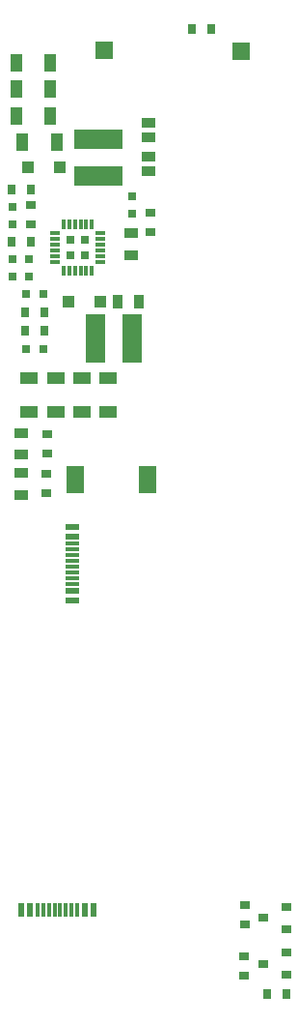
<source format=gbr>
%TF.GenerationSoftware,KiCad,Pcbnew,8.0.3*%
%TF.CreationDate,2024-07-16T15:40:11-03:00*%
%TF.ProjectId,IPS2,49505332-2e6b-4696-9361-645f70636258,rev?*%
%TF.SameCoordinates,Original*%
%TF.FileFunction,Paste,Top*%
%TF.FilePolarity,Positive*%
%FSLAX46Y46*%
G04 Gerber Fmt 4.6, Leading zero omitted, Abs format (unit mm)*
G04 Created by KiCad (PCBNEW 8.0.3) date 2024-07-16 15:40:11*
%MOMM*%
%LPD*%
G01*
G04 APERTURE LIST*
%ADD10R,1.500000X2.400000*%
%ADD11R,0.750000X0.800000*%
%ADD12R,0.800000X0.750000*%
%ADD13R,1.800000X4.200000*%
%ADD14R,4.200000X1.800000*%
%ADD15R,0.900000X0.700000*%
%ADD16R,0.950000X0.300000*%
%ADD17R,0.300000X0.950000*%
%ADD18R,0.780000X0.780000*%
%ADD19R,1.100000X1.100000*%
%ADD20R,1.270000X0.965200*%
%ADD21R,1.600000X1.000000*%
%ADD22R,1.000000X1.600000*%
%ADD23R,0.900000X0.800000*%
%ADD24R,0.700000X0.900000*%
%ADD25R,0.900000X1.300000*%
%ADD26R,1.300000X0.900000*%
%ADD27R,1.240000X0.600000*%
%ADD28R,1.240000X0.300000*%
%ADD29R,1.500000X1.500000*%
%ADD30R,0.600000X1.240000*%
%ADD31R,0.300000X1.240000*%
G04 APERTURE END LIST*
D10*
%TO.C,C1*%
X40190000Y-74930000D03*
X46590000Y-74930000D03*
%TD*%
D11*
%TO.C,C3*%
X45240000Y-51700000D03*
X45240000Y-50200000D03*
%TD*%
D12*
%TO.C,C4*%
X37390000Y-58750000D03*
X35890000Y-58750000D03*
%TD*%
%TO.C,C5*%
X36190000Y-57200000D03*
X34690000Y-57200000D03*
%TD*%
%TO.C,C7*%
X34690000Y-55650000D03*
X36190000Y-55650000D03*
%TD*%
D13*
%TO.C,L1*%
X45230000Y-62630000D03*
X42030000Y-62630000D03*
%TD*%
D14*
%TO.C,L2*%
X42240000Y-45200000D03*
X42240000Y-48400000D03*
%TD*%
D15*
%TO.C,R1*%
X46840000Y-51600000D03*
X46840000Y-53300000D03*
%TD*%
D16*
%TO.C,U1*%
X42440000Y-55900000D03*
X42440000Y-55400000D03*
X42440000Y-54900000D03*
X42440000Y-54400000D03*
X42440000Y-53900000D03*
X42440000Y-53400000D03*
D17*
X41690000Y-52650000D03*
X41190000Y-52650000D03*
X40690000Y-52650000D03*
X40190000Y-52650000D03*
X39690000Y-52650000D03*
X39190000Y-52650000D03*
D16*
X38440000Y-53400000D03*
X38440000Y-53900000D03*
X38440000Y-54400000D03*
X38440000Y-54900000D03*
X38440000Y-55400000D03*
X38440000Y-55900000D03*
D17*
X39190000Y-56650000D03*
X39690000Y-56650000D03*
X40190000Y-56650000D03*
X40690000Y-56650000D03*
X41190000Y-56650000D03*
X41690000Y-56650000D03*
D18*
X41090000Y-55300000D03*
X41090000Y-54000000D03*
X39790000Y-55300000D03*
X39790000Y-54000000D03*
%TD*%
D19*
%TO.C,D1*%
X39590000Y-59350000D03*
X42390000Y-59350000D03*
%TD*%
%TO.C,D2*%
X38840000Y-47650000D03*
X36040000Y-47650000D03*
%TD*%
D20*
%TO.C,J5*%
X46640000Y-46715000D03*
X46640000Y-47985000D03*
%TD*%
%TO.C,J6*%
X46640000Y-44985000D03*
X46640000Y-43715000D03*
%TD*%
D15*
%TO.C,R6*%
X37730000Y-71020000D03*
X37730000Y-72720000D03*
%TD*%
%TO.C,R7*%
X37720000Y-76140000D03*
X37720000Y-74440000D03*
%TD*%
D21*
%TO.C,C12*%
X38490000Y-69050000D03*
X38490000Y-66050000D03*
%TD*%
D22*
%TO.C,C13*%
X35040000Y-40800000D03*
X38040000Y-40800000D03*
%TD*%
%TO.C,C14*%
X35040000Y-38500000D03*
X38040000Y-38500000D03*
%TD*%
D21*
%TO.C,C15*%
X36190000Y-66050000D03*
X36190000Y-69050000D03*
%TD*%
D22*
%TO.C,C16*%
X35040000Y-43100000D03*
X38040000Y-43100000D03*
%TD*%
D21*
%TO.C,C17*%
X43090000Y-69050000D03*
X43090000Y-66050000D03*
%TD*%
D22*
%TO.C,C18*%
X35590000Y-45400000D03*
X38590000Y-45400000D03*
%TD*%
D21*
%TO.C,C19*%
X40790000Y-69050000D03*
X40790000Y-66050000D03*
%TD*%
D23*
%TO.C,Q1*%
X56740000Y-113350000D03*
X58740000Y-112400000D03*
X58740000Y-114300000D03*
%TD*%
%TO.C,Q2*%
X56740000Y-117350000D03*
X58740000Y-116400000D03*
X58740000Y-118300000D03*
%TD*%
D24*
%TO.C,R8*%
X50490000Y-35550000D03*
X52190000Y-35550000D03*
%TD*%
D15*
%TO.C,R9*%
X55140000Y-113900000D03*
X55140000Y-112200000D03*
%TD*%
D24*
%TO.C,R10*%
X58740000Y-120050000D03*
X57040000Y-120050000D03*
%TD*%
D15*
%TO.C,R11*%
X55040000Y-118400000D03*
X55040000Y-116700000D03*
%TD*%
D25*
%TO.C,C2*%
X43940000Y-59350000D03*
X45840000Y-59350000D03*
%TD*%
D26*
%TO.C,C11*%
X45140000Y-53400000D03*
X45140000Y-55300000D03*
%TD*%
D11*
%TO.C,C6*%
X34690000Y-51100000D03*
X34690000Y-52600000D03*
%TD*%
D12*
%TO.C,C8*%
X37390000Y-63550000D03*
X35890000Y-63550000D03*
%TD*%
D24*
%TO.C,R2*%
X36290000Y-54150000D03*
X34590000Y-54150000D03*
%TD*%
D15*
%TO.C,R3*%
X36290000Y-50950000D03*
X36290000Y-52650000D03*
%TD*%
D24*
%TO.C,R4*%
X37490000Y-61950000D03*
X35790000Y-61950000D03*
%TD*%
%TO.C,R5*%
X35790000Y-60350000D03*
X37490000Y-60350000D03*
%TD*%
%TO.C,R12*%
X34640000Y-49600000D03*
X36340000Y-49600000D03*
%TD*%
D27*
%TO.C,J1*%
X39960000Y-79130000D03*
X39960000Y-79930000D03*
D28*
X39960000Y-81080000D03*
X39960000Y-82080000D03*
X39960000Y-82580000D03*
X39960000Y-83580000D03*
D27*
X39960000Y-84730000D03*
X39960000Y-85530000D03*
X39960000Y-85530000D03*
X39960000Y-84730000D03*
D28*
X39960000Y-84080000D03*
X39960000Y-83080000D03*
X39960000Y-81580000D03*
X39960000Y-80580000D03*
D27*
X39960000Y-79930000D03*
X39960000Y-79130000D03*
%TD*%
D29*
%TO.C,T7*%
X54740000Y-37450000D03*
%TD*%
%TO.C,T8*%
X42740000Y-37350000D03*
%TD*%
D26*
%TO.C,D3*%
X35490000Y-70900000D03*
X35490000Y-72800000D03*
%TD*%
%TO.C,D4*%
X35500000Y-76300000D03*
X35500000Y-74400000D03*
%TD*%
D30*
%TO.C,J4*%
X35450000Y-112640000D03*
X36250000Y-112640000D03*
D31*
X36900000Y-112640000D03*
X37900000Y-112640000D03*
X39400000Y-112640000D03*
X40400000Y-112640000D03*
D30*
X41050000Y-112640000D03*
X41850000Y-112640000D03*
X41850000Y-112640000D03*
X41050000Y-112640000D03*
D31*
X39900000Y-112640000D03*
X38900000Y-112640000D03*
X38400000Y-112640000D03*
X37400000Y-112640000D03*
D30*
X36250000Y-112640000D03*
X35450000Y-112640000D03*
%TD*%
M02*

</source>
